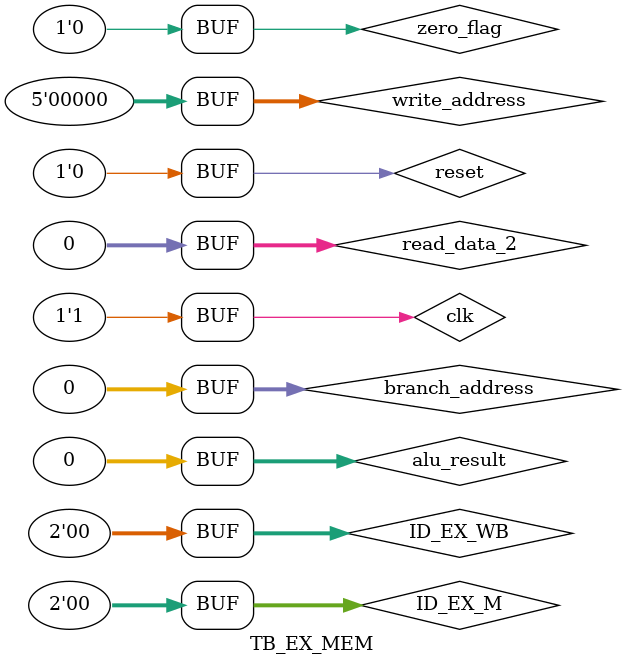
<source format=v>
`timescale 1ns / 1ps


module TB_EX_MEM;

	// Inputs
	reg clk;
	reg reset;
	reg [31:0] branch_address;
	reg [31:0] alu_result;
	reg [31:0] read_data_2;
	reg [4:0] write_address;
	reg zero_flag;
	reg [1:0] ID_EX_WB;
	reg [2:3] ID_EX_M;

	// Outputs
	wire [1:0] EX_MEM_WB;
	wire [2:0] EX_MEM_M;
	wire [31:0] EX_MEM_branch_address;
	wire [31:0] EX_MEM_alu_result;
	wire [31:0] EX_MEM_read_data_2;
	wire [4:0] EX_MEM_write_address;
	wire EX_MEM_zero_flag;

	// Instantiate the Unit Under Test (UUT)
	EX_MEM_Register uut (
		.clk(clk), 
		.reset(reset), 
		.branch_address(branch_address), 
		.alu_result(alu_result), 
		.read_data_2(read_data_2), 
		.write_address(write_address), 
		.zero_flag(zero_flag), 
		.ID_EX_WB(ID_EX_WB), 
		.ID_EX_M(ID_EX_M), 
		.EX_MEM_WB(EX_MEM_WB), 
		.EX_MEM_M(EX_MEM_M), 
		.EX_MEM_branch_address(EX_MEM_branch_address), 
		.EX_MEM_alu_result(EX_MEM_alu_result), 
		.EX_MEM_read_data_2(EX_MEM_read_data_2), 
		.EX_MEM_write_address(EX_MEM_write_address), 
		.EX_MEM_zero_flag(EX_MEM_zero_flag)
	);

	initial begin
		// Initialize Inputs
		clk = 1;
		reset = 0;
		branch_address = 0;
		alu_result = 0;
		read_data_2 = 0;
		write_address = 0;
		zero_flag = 0;
		ID_EX_WB = 0;
		ID_EX_M = 0;

		// Wait 100 ns for global reset to finish
		#100;
        
		// Add stimulus here

	end
      
endmodule


</source>
